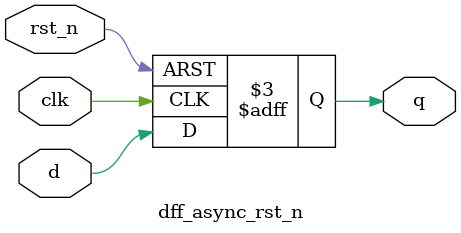
<source format=v>
module dff_async_rst_n
(
	input d,
	input clk,
	input rst_n,
	output reg q
);

	always @ (posedge clk or negedge rst_n)
		if (!rst_n)
			q <= 0;
		else
			q <= d;
 
endmodule
</source>
